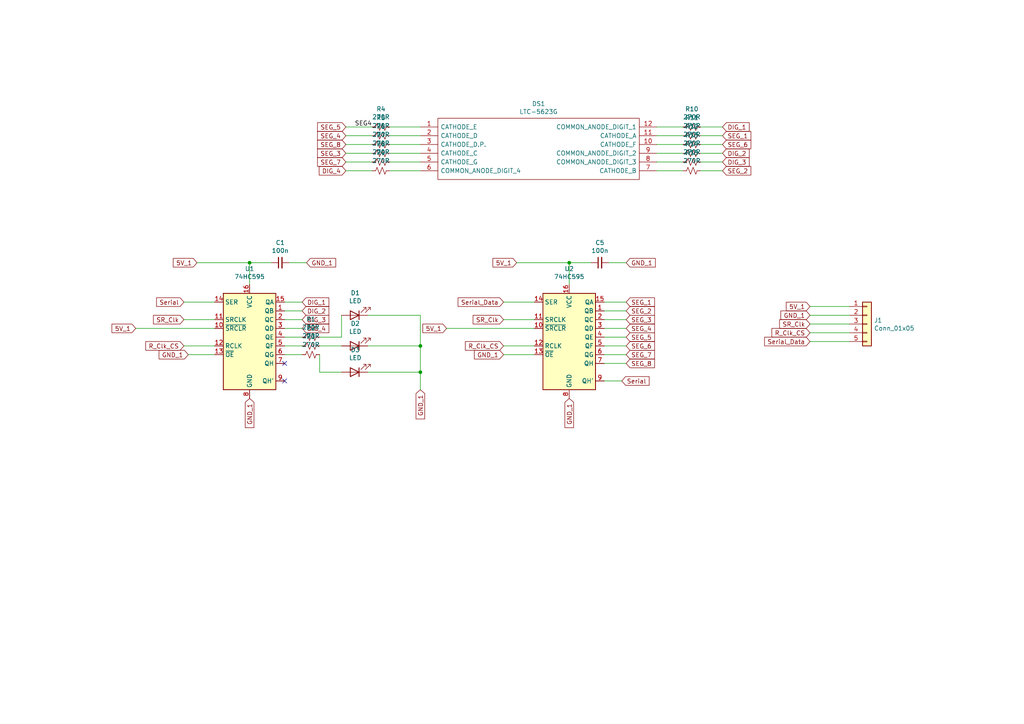
<source format=kicad_sch>
(kicad_sch (version 20230121) (generator eeschema)
  (paper "A4")
  (lib_symbols
    (symbol "74xx:74HC595"
      (property "Reference" "U" (at -7.62 13.97 0))
      (property "Value" "74HC595" (at -7.62 -16.51 0))
      (symbol "74HC595_1_0"
        (pin tri_state line (at 10.16 7.62 180) (length 2.54) (name "QB") (number "1"))
        (pin input line (at -10.16 2.54 0) (length 2.54) (name "~{SRCLR}") (number "10"))
        (pin input line (at -10.16 5.08 0) (length 2.54) (name "SRCLK") (number "11"))
        (pin input line (at -10.16 -2.54 0) (length 2.54) (name "RCLK") (number "12"))
        (pin input line (at -10.16 -5.08 0) (length 2.54) (name "~{OE}") (number "13"))
        (pin input line (at -10.16 10.16 0) (length 2.54) (name "SER") (number "14"))
        (pin tri_state line (at 10.16 10.16 180) (length 2.54) (name "QA") (number "15"))
        (pin power_in line (at 0 15.24 270) (length 2.54) (name "VCC") (number "16"))
        (pin tri_state line (at 10.16 5.08 180) (length 2.54) (name "QC") (number "2"))
        (pin tri_state line (at 10.16 2.54 180) (length 2.54) (name "QD") (number "3"))
        (pin tri_state line (at 10.16 0 180) (length 2.54) (name "QE") (number "4"))
        (pin tri_state line (at 10.16 -2.54 180) (length 2.54) (name "QF") (number "5"))
        (pin tri_state line (at 10.16 -5.08 180) (length 2.54) (name "QG") (number "6"))
        (pin tri_state line (at 10.16 -7.62 180) (length 2.54) (name "QH") (number "7"))
        (pin power_in line (at 0 -17.78 90) (length 2.54) (name "GND") (number "8"))
        (pin output line (at 10.16 -12.7 180) (length 2.54) (name "QH'") (number "9"))
      )
      (symbol "74HC595_1_1"
        (rectangle (start -7.62 12.7) (end 7.62 -15.24) (stroke (width 0.254)) (fill (type background)))
      )
    )
    (symbol "Connector_Generic:Conn_01x05" (pin_names (offset 1.016) hide)
      (property "Reference" "J" (at 0 7.62 0))
      (property "Value" "Conn_01x05" (at 0 -7.62 0))
      (symbol "Conn_01x05_1_1"
        (rectangle (start -1.27 -4.953) (end 0 -5.207) (stroke (width 0.1524)))
        (rectangle (start -1.27 -2.413) (end 0 -2.667) (stroke (width 0.1524)))
        (rectangle (start -1.27 0.127) (end 0 -0.127) (stroke (width 0.1524)))
        (rectangle (start -1.27 2.667) (end 0 2.413) (stroke (width 0.1524)))
        (rectangle (start -1.27 5.207) (end 0 4.953) (stroke (width 0.1524)))
        (rectangle (start -1.27 6.35) (end 1.27 -6.35) (stroke (width 0.254)) (fill (type background)))
        (pin passive line (at -5.08 5.08 0) (length 3.81) (name "Pin_1") (number "1"))
        (pin passive line (at -5.08 2.54 0) (length 3.81) (name "Pin_2") (number "2"))
        (pin passive line (at -5.08 0 0) (length 3.81) (name "Pin_3") (number "3"))
        (pin passive line (at -5.08 -2.54 0) (length 3.81) (name "Pin_4") (number "4"))
        (pin passive line (at -5.08 -5.08 0) (length 3.81) (name "Pin_5") (number "5"))
      )
    )
    (symbol "Device:C_Small" (pin_numbers hide) (pin_names (offset 0.254) hide)
      (property "Reference" "C" (at 0.254 1.778 0))
      (property "Value" "C_Small" (at 0.254 -2.032 0))
      (symbol "C_Small_0_1"
        (polyline (pts (xy -1.524 -0.508) (xy 1.524 -0.508)) (stroke (width 0.3302)))
        (polyline (pts (xy -1.524 0.508) (xy 1.524 0.508)) (stroke (width 0.3048)))
      )
      (symbol "C_Small_1_1"
        (pin passive line (at 0 2.54 270) (length 2.032) (name "~") (number "1"))
        (pin passive line (at 0 -2.54 90) (length 2.032) (name "~") (number "2"))
      )
    )
    (symbol "Device:LED" (pin_numbers hide) (pin_names (offset 1.016) hide)
      (property "Reference" "D" (at 0 2.54 0))
      (property "Value" "LED" (at 0 -2.54 0))
      (symbol "LED_0_1"
        (polyline (pts (xy -1.27 -1.27) (xy -1.27 1.27)) (stroke (width 0.254)))
        (polyline (pts (xy -1.27 0) (xy 1.27 0)))
        (polyline (pts (xy 1.27 -1.27) (xy 1.27 1.27) (xy -1.27 0) (xy 1.27 -1.27)) (stroke (width 0.254)))
        (polyline (pts (xy -3.048 -0.762) (xy -4.572 -2.286) (xy -3.81 -2.286) (xy -4.572 -2.286) (xy -4.572 -1.524)))
        (polyline (pts (xy -1.778 -0.762) (xy -3.302 -2.286) (xy -2.54 -2.286) (xy -3.302 -2.286) (xy -3.302 -1.524)))
      )
      (symbol "LED_1_1"
        (pin passive line (at -3.81 0 0) (length 2.54) (name "K") (number "1"))
        (pin passive line (at 3.81 0 180) (length 2.54) (name "A") (number "2"))
      )
    )
    (symbol "Device:R_Small_US" (pin_numbers hide) (pin_names (offset 0.254) hide)
      (property "Reference" "R" (at 0.762 0.508 0))
      (property "Value" "R_Small_US" (at 0.762 -1.016 0))
      (symbol "R_Small_US_1_1"
        (polyline (pts (xy 0 0) (xy 1.016 -0.381) (xy 0 -0.762) (xy -1.016 -1.143) (xy 0 -1.524)))
        (polyline (pts (xy 0 1.524) (xy 1.016 1.143) (xy 0 0.762) (xy -1.016 0.381) (xy 0 0)))
        (pin passive line (at 0 2.54 270) (length 1.016) (name "~") (number "1"))
        (pin passive line (at 0 -2.54 90) (length 1.016) (name "~") (number "2"))
      )
    )
    (symbol "Display_and_keypad-rescue:LTC-5623G-User_Libraries" (pin_names (offset 0.762))
      (property "Reference" "DS1" (at -2.54 2.54 0))
      (property "Value" "LTC-5623G-User_Libraries" (at -6.35 0 0))
      (symbol "LTC-5623G-User_Libraries_0_0"
        (pin passive line (at -31.75 6.35 0) (length 5.08) (name "CATHODE_E") (number "1"))
        (pin passive line (at 36.83 1.27 180) (length 5.08) (name "CATHODE_F") (number "10"))
        (pin passive line (at 36.83 3.81 180) (length 5.08) (name "CATHODE_A") (number "11"))
        (pin passive line (at 36.83 6.35 180) (length 5.08) (name "COMMON_ANODE_DIGIT_1") (number "12"))
        (pin passive line (at -31.75 3.81 0) (length 5.08) (name "CATHODE_D") (number "2"))
        (pin passive line (at -31.75 1.27 0) (length 5.08) (name "CATHODE_D.P.") (number "3"))
        (pin passive line (at -31.75 -1.27 0) (length 5.08) (name "CATHODE_C") (number "4"))
        (pin passive line (at -31.75 -3.81 0) (length 5.08) (name "CATHODE_G") (number "5"))
        (pin passive line (at -31.75 -6.35 0) (length 5.08) (name "COMMON_ANODE_DIGIT_4") (number "6"))
        (pin passive line (at 36.83 -6.35 180) (length 5.08) (name "CATHODE_B") (number "7"))
        (pin passive line (at 36.83 -3.81 180) (length 5.08) (name "COMMON_ANODE_DIGIT_3") (number "8"))
        (pin passive line (at 36.83 -1.27 180) (length 5.08) (name "COMMON_ANODE_DIGIT_2") (number "9"))
      )
      (symbol "LTC-5623G-User_Libraries_0_1"
        (polyline (pts (xy -26.67 8.89) (xy 31.75 8.89) (xy 31.75 -8.89) (xy -26.67 -8.89) (xy -26.67 8.89)) (stroke (width 0.1524)))
      )
    )
  )
  (junction (at 72.39 76.2))
  (junction (at 121.92 100.33))
  (junction (at 121.92 107.95))
  (junction (at 165.1 76.2))
  (no_connect (at 82.55 105.41))
  (no_connect (at 82.55 110.49))
  (wire (pts (xy 234.95 91.44) (xy 246.38 91.44)))
  (wire (pts (xy 190.5 39.37) (xy 198.12 39.37)))
  (wire (pts (xy 106.68 107.95) (xy 121.92 107.95)))
  (wire (pts (xy 180.34 110.49) (xy 175.26 110.49)))
  (wire (pts (xy 171.45 76.2) (xy 165.1 76.2)))
  (wire (pts (xy 175.26 95.25) (xy 181.61 95.25)))
  (wire (pts (xy 107.95 49.53) (xy 100.33 49.53)))
  (wire (pts (xy 121.92 46.99) (xy 113.03 46.99)))
  (wire (pts (xy 82.55 100.33) (xy 87.63 100.33)))
  (wire (pts (xy 190.5 41.91) (xy 198.12 41.91)))
  (wire (pts (xy 53.34 87.63) (xy 62.23 87.63)))
  (wire (pts (xy 87.63 90.17) (xy 82.55 90.17)))
  (wire (pts (xy 121.92 36.83) (xy 113.03 36.83)))
  (wire (pts (xy 203.2 39.37) (xy 209.55 39.37)))
  (wire (pts (xy 165.1 76.2) (xy 165.1 82.55)))
  (wire (pts (xy 149.86 76.2) (xy 165.1 76.2)))
  (wire (pts (xy 203.2 46.99) (xy 209.55 46.99)))
  (wire (pts (xy 129.54 95.25) (xy 154.94 95.25)))
  (wire (pts (xy 234.95 96.52) (xy 246.38 96.52)))
  (wire (pts (xy 99.06 107.95) (xy 92.71 107.95)))
  (wire (pts (xy 121.92 44.45) (xy 113.03 44.45)))
  (wire (pts (xy 175.26 100.33) (xy 181.61 100.33)))
  (wire (pts (xy 234.95 99.06) (xy 246.38 99.06)))
  (wire (pts (xy 99.06 97.79) (xy 92.71 97.79)))
  (wire (pts (xy 190.5 49.53) (xy 198.12 49.53)))
  (wire (pts (xy 99.06 100.33) (xy 92.71 100.33)))
  (wire (pts (xy 99.06 97.79) (xy 99.06 91.44)))
  (wire (pts (xy 57.15 76.2) (xy 72.39 76.2)))
  (wire (pts (xy 39.37 95.25) (xy 62.23 95.25)))
  (wire (pts (xy 146.05 87.63) (xy 154.94 87.63)))
  (wire (pts (xy 121.92 100.33) (xy 121.92 107.95)))
  (wire (pts (xy 234.95 88.9) (xy 246.38 88.9)))
  (wire (pts (xy 203.2 36.83) (xy 209.55 36.83)))
  (wire (pts (xy 190.5 46.99) (xy 198.12 46.99)))
  (wire (pts (xy 121.92 41.91) (xy 113.03 41.91)))
  (wire (pts (xy 234.95 93.98) (xy 246.38 93.98)))
  (wire (pts (xy 82.55 97.79) (xy 87.63 97.79)))
  (wire (pts (xy 121.92 49.53) (xy 113.03 49.53)))
  (wire (pts (xy 175.26 105.41) (xy 181.61 105.41)))
  (wire (pts (xy 107.95 41.91) (xy 100.33 41.91)))
  (wire (pts (xy 175.26 90.17) (xy 181.61 90.17)))
  (wire (pts (xy 107.95 44.45) (xy 100.33 44.45)))
  (wire (pts (xy 121.92 107.95) (xy 121.92 113.03)))
  (wire (pts (xy 54.61 102.87) (xy 62.23 102.87)))
  (wire (pts (xy 78.74 76.2) (xy 72.39 76.2)))
  (wire (pts (xy 146.05 100.33) (xy 154.94 100.33)))
  (wire (pts (xy 146.05 92.71) (xy 154.94 92.71)))
  (wire (pts (xy 175.26 102.87) (xy 181.61 102.87)))
  (wire (pts (xy 203.2 49.53) (xy 209.55 49.53)))
  (wire (pts (xy 53.34 92.71) (xy 62.23 92.71)))
  (wire (pts (xy 82.55 102.87) (xy 87.63 102.87)))
  (wire (pts (xy 107.95 39.37) (xy 100.33 39.37)))
  (wire (pts (xy 121.92 91.44) (xy 121.92 100.33)))
  (wire (pts (xy 121.92 39.37) (xy 113.03 39.37)))
  (wire (pts (xy 87.63 95.25) (xy 82.55 95.25)))
  (wire (pts (xy 53.34 100.33) (xy 62.23 100.33)))
  (wire (pts (xy 83.82 76.2) (xy 88.9 76.2)))
  (wire (pts (xy 175.26 97.79) (xy 181.61 97.79)))
  (wire (pts (xy 106.68 100.33) (xy 121.92 100.33)))
  (wire (pts (xy 87.63 92.71) (xy 82.55 92.71)))
  (wire (pts (xy 175.26 87.63) (xy 181.61 87.63)))
  (wire (pts (xy 176.53 76.2) (xy 181.61 76.2)))
  (wire (pts (xy 190.5 44.45) (xy 198.12 44.45)))
  (wire (pts (xy 190.5 36.83) (xy 198.12 36.83)))
  (wire (pts (xy 106.68 91.44) (xy 121.92 91.44)))
  (wire (pts (xy 203.2 44.45) (xy 209.55 44.45)))
  (wire (pts (xy 175.26 92.71) (xy 181.61 92.71)))
  (wire (pts (xy 203.2 41.91) (xy 209.55 41.91)))
  (wire (pts (xy 87.63 87.63) (xy 82.55 87.63)))
  (wire (pts (xy 72.39 76.2) (xy 72.39 82.55)))
  (wire (pts (xy 107.95 46.99) (xy 100.33 46.99)))
  (wire (pts (xy 92.71 102.87) (xy 92.71 107.95)))
  (wire (pts (xy 146.05 102.87) (xy 154.94 102.87)))
  (wire (pts (xy 107.95 36.83) (xy 100.33 36.83)))
  (label "SEG4" (at 102.87 36.83 0))
  (global_label "GND_1" (shape input) (at 54.61 102.87 180) (property "Intersheetrefs" "${INTERSHEET_REFS}" (effects hide)))
  (global_label "SEG_6" (shape input) (at 181.61 100.33 0) (property "Intersheetrefs" "${INTERSHEET_REFS}" (effects hide)))
  (global_label "SEG_5" (shape input) (at 181.61 97.79 0) (property "Intersheetrefs" "${INTERSHEET_REFS}" (effects hide)))
  (global_label "5V_1" (shape input) (at 234.95 88.9 180) (property "Intersheetrefs" "${INTERSHEET_REFS}" (effects hide)))
  (global_label "R_Clk_CS" (shape input) (at 53.34 100.33 180) (property "Intersheetrefs" "${INTERSHEET_REFS}" (effects hide)))
  (global_label "DIG_2" (shape input) (at 87.63 90.17 0) (property "Intersheetrefs" "${INTERSHEET_REFS}" (effects hide)))
  (global_label "DIG_1" (shape input) (at 87.63 87.63 0) (property "Intersheetrefs" "${INTERSHEET_REFS}" (effects hide)))
  (global_label "SEG_2" (shape input) (at 181.61 90.17 0) (property "Intersheetrefs" "${INTERSHEET_REFS}" (effects hide)))
  (global_label "DIG_2" (shape input) (at 209.55 44.45 0) (property "Intersheetrefs" "${INTERSHEET_REFS}" (effects hide)))
  (global_label "GND_1" (shape input) (at 88.9 76.2 0) (property "Intersheetrefs" "${INTERSHEET_REFS}" (effects hide)))
  (global_label "SEG_8" (shape input) (at 181.61 105.41 0) (property "Intersheetrefs" "${INTERSHEET_REFS}" (effects hide)))
  (global_label "Serial_Data" (shape input) (at 146.05 87.63 180) (property "Intersheetrefs" "${INTERSHEET_REFS}" (effects hide)))
  (global_label "SEG_7" (shape input) (at 181.61 102.87 0) (property "Intersheetrefs" "${INTERSHEET_REFS}" (effects hide)))
  (global_label "5V_1" (shape input) (at 39.37 95.25 180) (property "Intersheetrefs" "${INTERSHEET_REFS}" (effects hide)))
  (global_label "GND_1" (shape input) (at 165.1 115.57 270) (property "Intersheetrefs" "${INTERSHEET_REFS}" (effects hide)))
  (global_label "SR_Clk" (shape input) (at 53.34 92.71 180) (property "Intersheetrefs" "${INTERSHEET_REFS}" (effects hide)))
  (global_label "Serial" (shape input) (at 180.34 110.49 0) (property "Intersheetrefs" "${INTERSHEET_REFS}" (effects hide)))
  (global_label "SEG_7" (shape input) (at 100.33 46.99 180) (property "Intersheetrefs" "${INTERSHEET_REFS}" (effects hide)))
  (global_label "SEG_4" (shape input) (at 100.33 39.37 180) (property "Intersheetrefs" "${INTERSHEET_REFS}" (effects hide)))
  (global_label "SEG_3" (shape input) (at 181.61 92.71 0) (property "Intersheetrefs" "${INTERSHEET_REFS}" (effects hide)))
  (global_label "DIG_4" (shape input) (at 100.33 49.53 180) (property "Intersheetrefs" "${INTERSHEET_REFS}" (effects hide)))
  (global_label "SR_Clk" (shape input) (at 234.95 93.98 180) (property "Intersheetrefs" "${INTERSHEET_REFS}" (effects hide)))
  (global_label "Serial" (shape input) (at 53.34 87.63 180) (property "Intersheetrefs" "${INTERSHEET_REFS}" (effects hide)))
  (global_label "R_Clk_CS" (shape input) (at 146.05 100.33 180) (property "Intersheetrefs" "${INTERSHEET_REFS}" (effects hide)))
  (global_label "GND_1" (shape input) (at 234.95 91.44 180) (property "Intersheetrefs" "${INTERSHEET_REFS}" (effects hide)))
  (global_label "DIG_3" (shape input) (at 209.55 46.99 0) (property "Intersheetrefs" "${INTERSHEET_REFS}" (effects hide)))
  (global_label "GND_1" (shape input) (at 181.61 76.2 0) (property "Intersheetrefs" "${INTERSHEET_REFS}" (effects hide)))
  (global_label "SEG_1" (shape input) (at 181.61 87.63 0) (property "Intersheetrefs" "${INTERSHEET_REFS}" (effects hide)))
  (global_label "GND_1" (shape input) (at 72.39 115.57 270) (property "Intersheetrefs" "${INTERSHEET_REFS}" (effects hide)))
  (global_label "GND_1" (shape input) (at 121.92 113.03 270) (property "Intersheetrefs" "${INTERSHEET_REFS}" (effects hide)))
  (global_label "GND_1" (shape input) (at 146.05 102.87 180) (property "Intersheetrefs" "${INTERSHEET_REFS}" (effects hide)))
  (global_label "Serial_Data" (shape input) (at 234.95 99.06 180) (property "Intersheetrefs" "${INTERSHEET_REFS}" (effects hide)))
  (global_label "5V_1" (shape input) (at 57.15 76.2 180) (property "Intersheetrefs" "${INTERSHEET_REFS}" (effects hide)))
  (global_label "SEG_3" (shape input) (at 100.33 44.45 180) (property "Intersheetrefs" "${INTERSHEET_REFS}" (effects hide)))
  (global_label "SEG_5" (shape input) (at 100.33 36.83 180) (property "Intersheetrefs" "${INTERSHEET_REFS}" (effects hide)))
  (global_label "5V_1" (shape input) (at 129.54 95.25 180) (property "Intersheetrefs" "${INTERSHEET_REFS}" (effects hide)))
  (global_label "SEG_6" (shape input) (at 209.55 41.91 0) (property "Intersheetrefs" "${INTERSHEET_REFS}" (effects hide)))
  (global_label "SEG_2" (shape input) (at 209.55 49.53 0) (property "Intersheetrefs" "${INTERSHEET_REFS}" (effects hide)))
  (global_label "R_Clk_CS" (shape input) (at 234.95 96.52 180) (property "Intersheetrefs" "${INTERSHEET_REFS}" (effects hide)))
  (global_label "SEG_4" (shape input) (at 181.61 95.25 0) (property "Intersheetrefs" "${INTERSHEET_REFS}" (effects hide)))
  (global_label "DIG_1" (shape input) (at 209.55 36.83 0) (property "Intersheetrefs" "${INTERSHEET_REFS}" (effects hide)))
  (global_label "5V_1" (shape input) (at 149.86 76.2 180) (property "Intersheetrefs" "${INTERSHEET_REFS}" (effects hide)))
  (global_label "SEG_1" (shape input) (at 209.55 39.37 0) (property "Intersheetrefs" "${INTERSHEET_REFS}" (effects hide)))
  (global_label "SR_Clk" (shape input) (at 146.05 92.71 180) (property "Intersheetrefs" "${INTERSHEET_REFS}" (effects hide)))
  (global_label "DIG_3" (shape input) (at 87.63 92.71 0) (property "Intersheetrefs" "${INTERSHEET_REFS}" (effects hide)))
  (global_label "DIG_4" (shape input) (at 87.63 95.25 0) (property "Intersheetrefs" "${INTERSHEET_REFS}" (effects hide)))
  (global_label "SEG_8" (shape input) (at 100.33 41.91 180) (property "Intersheetrefs" "${INTERSHEET_REFS}" (effects hide)))
  (symbol (lib_id "Display_and_keypad-rescue:LTC-5623G-User_Libraries") (at 153.67 43.18 0) (unit 1)
    (property "Reference" "DS1" (at 156.21 30.099 0))
    (property "Value" "LTC-5623G" (at 156.21 32.4104 0))
    (property "Footprint" "User_Footprint:DIPS1524W75P254L5030H825Q12N" (effects hide))
    (property "Datasheet" "https://optoelectronics.liteon.com/upload/download/DS-30-94-035/LTC-5623G.pdf" (effects hide))
  )
  (symbol (lib_id "74xx:74HC595") (at 72.39 97.79 0) (unit 1)
    (property "Reference" "U1" (at 72.39 77.9526 0))
    (property "Value" "74HC595" (at 72.39 80.264 0))
    (property "Footprint" "Package_SO:TSSOP-16_4.4x5mm_P0.65mm" (effects hide))
    (property "Datasheet" "http://www.ti.com/lit/ds/symlink/sn74hc595.pdf" (effects hide))
  )
  (symbol (lib_id "74xx:74HC595") (at 165.1 97.79 0) (unit 1)
    (property "Reference" "U2" (at 165.1 77.9526 0))
    (property "Value" "74HC595" (at 165.1 80.264 0))
    (property "Footprint" "Package_SO:TSSOP-16_4.4x5mm_P0.65mm" (effects hide))
    (property "Datasheet" "http://www.ti.com/lit/ds/symlink/sn74hc595.pdf" (effects hide))
  )
  (symbol (lib_id "Device:R_Small_US") (at 110.49 36.83 270) (unit 1)
    (property "Reference" "R4" (at 110.49 31.623 90))
    (property "Value" "270R" (at 110.49 33.9344 90))
    (property "Footprint" "Resistor_SMD:R_0805_2012Metric_Pad1.20x1.40mm_HandSolder" (effects hide))
  )
  (symbol (lib_id "Device:R_Small_US") (at 110.49 39.37 270) (unit 1)
    (property "Reference" "R5" (at 110.49 34.163 90))
    (property "Value" "270R" (at 110.49 36.4744 90))
    (property "Footprint" "Resistor_SMD:R_0805_2012Metric_Pad1.20x1.40mm_HandSolder" (effects hide))
  )
  (symbol (lib_id "Device:R_Small_US") (at 110.49 41.91 270) (unit 1)
    (property "Reference" "R6" (at 110.49 36.703 90))
    (property "Value" "270R" (at 110.49 39.0144 90))
    (property "Footprint" "Resistor_SMD:R_0805_2012Metric_Pad1.20x1.40mm_HandSolder" (effects hide))
  )
  (symbol (lib_id "Device:R_Small_US") (at 110.49 44.45 270) (unit 1)
    (property "Reference" "R7" (at 110.49 39.243 90))
    (property "Value" "270R" (at 110.49 41.5544 90))
    (property "Footprint" "Resistor_SMD:R_0805_2012Metric_Pad1.20x1.40mm_HandSolder" (effects hide))
  )
  (symbol (lib_id "Device:R_Small_US") (at 110.49 46.99 270) (unit 1)
    (property "Reference" "R8" (at 110.49 41.783 90))
    (property "Value" "270R" (at 110.49 44.0944 90))
    (property "Footprint" "Resistor_SMD:R_0805_2012Metric_Pad1.20x1.40mm_HandSolder" (effects hide))
  )
  (symbol (lib_id "Device:R_Small_US") (at 110.49 49.53 270) (unit 1)
    (property "Reference" "R9" (at 110.49 44.323 90))
    (property "Value" "270R" (at 110.49 46.6344 90))
    (property "Footprint" "Resistor_SMD:R_0805_2012Metric_Pad1.20x1.40mm_HandSolder" (effects hide))
  )
  (symbol (lib_id "Device:R_Small_US") (at 200.66 36.83 270) (unit 1)
    (property "Reference" "R10" (at 200.66 31.623 90))
    (property "Value" "270R" (at 200.66 33.9344 90))
    (property "Footprint" "Resistor_SMD:R_0805_2012Metric_Pad1.20x1.40mm_HandSolder" (effects hide))
  )
  (symbol (lib_id "Device:R_Small_US") (at 200.66 39.37 270) (unit 1)
    (property "Reference" "R11" (at 200.66 34.163 90))
    (property "Value" "270R" (at 200.66 36.4744 90))
    (property "Footprint" "Resistor_SMD:R_0805_2012Metric_Pad1.20x1.40mm_HandSolder" (effects hide))
  )
  (symbol (lib_id "Device:R_Small_US") (at 200.66 41.91 270) (unit 1)
    (property "Reference" "R12" (at 200.66 36.703 90))
    (property "Value" "270R" (at 200.66 39.0144 90))
    (property "Footprint" "Resistor_SMD:R_0805_2012Metric_Pad1.20x1.40mm_HandSolder" (effects hide))
  )
  (symbol (lib_id "Device:R_Small_US") (at 200.66 44.45 270) (unit 1)
    (property "Reference" "R13" (at 200.66 39.243 90))
    (property "Value" "270R" (at 200.66 41.5544 90))
    (property "Footprint" "Resistor_SMD:R_0805_2012Metric_Pad1.20x1.40mm_HandSolder" (effects hide))
  )
  (symbol (lib_id "Device:R_Small_US") (at 200.66 46.99 270) (unit 1)
    (property "Reference" "R14" (at 200.66 41.783 90))
    (property "Value" "270R" (at 200.66 44.0944 90))
    (property "Footprint" "Resistor_SMD:R_0805_2012Metric_Pad1.20x1.40mm_HandSolder" (effects hide))
  )
  (symbol (lib_id "Device:R_Small_US") (at 200.66 49.53 270) (unit 1)
    (property "Reference" "R15" (at 200.66 44.323 90))
    (property "Value" "270R" (at 200.66 46.6344 90))
    (property "Footprint" "Resistor_SMD:R_0805_2012Metric_Pad1.20x1.40mm_HandSolder" (effects hide))
  )
  (symbol (lib_id "Device:LED") (at 102.87 91.44 180) (unit 1)
    (property "Reference" "D1" (at 103.0478 84.963 0))
    (property "Value" "LED" (at 103.0478 87.2744 0))
    (property "Footprint" "LED_SMD:LED_0805_2012Metric_Pad1.15x1.40mm_HandSolder" (effects hide))
  )
  (symbol (lib_id "Device:R_Small_US") (at 90.17 97.79 270) (unit 1)
    (property "Reference" "R1" (at 90.17 92.583 90))
    (property "Value" "270R" (at 90.17 94.8944 90))
    (property "Footprint" "Resistor_SMD:R_0805_2012Metric_Pad1.20x1.40mm_HandSolder" (effects hide))
  )
  (symbol (lib_id "Device:R_Small_US") (at 90.17 100.33 270) (unit 1)
    (property "Reference" "R2" (at 90.17 95.123 90))
    (property "Value" "270R" (at 90.17 97.4344 90))
    (property "Footprint" "Resistor_SMD:R_0805_2012Metric_Pad1.20x1.40mm_HandSolder" (effects hide))
  )
  (symbol (lib_id "Device:R_Small_US") (at 90.17 102.87 270) (unit 1)
    (property "Reference" "R3" (at 90.17 97.663 90))
    (property "Value" "270R" (at 90.17 99.9744 90))
    (property "Footprint" "Resistor_SMD:R_0805_2012Metric_Pad1.20x1.40mm_HandSolder" (effects hide))
  )
  (symbol (lib_id "Device:LED") (at 102.87 100.33 180) (unit 1)
    (property "Reference" "D2" (at 103.0478 93.853 0))
    (property "Value" "LED" (at 103.0478 96.1644 0))
    (property "Footprint" "LED_SMD:LED_0805_2012Metric_Pad1.15x1.40mm_HandSolder" (effects hide))
  )
  (symbol (lib_id "Device:LED") (at 102.87 107.95 180) (unit 1)
    (property "Reference" "D3" (at 103.0478 101.473 0))
    (property "Value" "LED" (at 103.0478 103.7844 0))
    (property "Footprint" "LED_SMD:LED_0805_2012Metric_Pad1.15x1.40mm_HandSolder" (effects hide))
  )
  (symbol (lib_id "Device:C_Small") (at 81.28 76.2 90) (unit 1)
    (property "Reference" "C1" (at 81.28 70.3834 90))
    (property "Value" "100n" (at 81.28 72.6948 90))
    (property "Footprint" "Capacitor_SMD:C_0805_2012Metric_Pad1.18x1.45mm_HandSolder" (effects hide))
  )
  (symbol (lib_id "Device:C_Small") (at 173.99 76.2 90) (unit 1)
    (property "Reference" "C5" (at 173.99 70.3834 90))
    (property "Value" "100n" (at 173.99 72.6948 90))
    (property "Footprint" "Capacitor_SMD:C_0805_2012Metric_Pad1.18x1.45mm_HandSolder" (effects hide))
  )
  (symbol (lib_id "Connector_Generic:Conn_01x05") (at 251.46 93.98 0) (unit 1)
    (property "Reference" "J1" (at 253.492 92.9132 0) (effects (justify left)))
    (property "Value" "Conn_01x05" (at 253.492 95.2246 0) (effects (justify left)))
    (property "Footprint" "Connector_PinHeader_2.54mm:PinHeader_1x05_P2.54mm_Vertical" (effects hide))
  )
)
</source>
